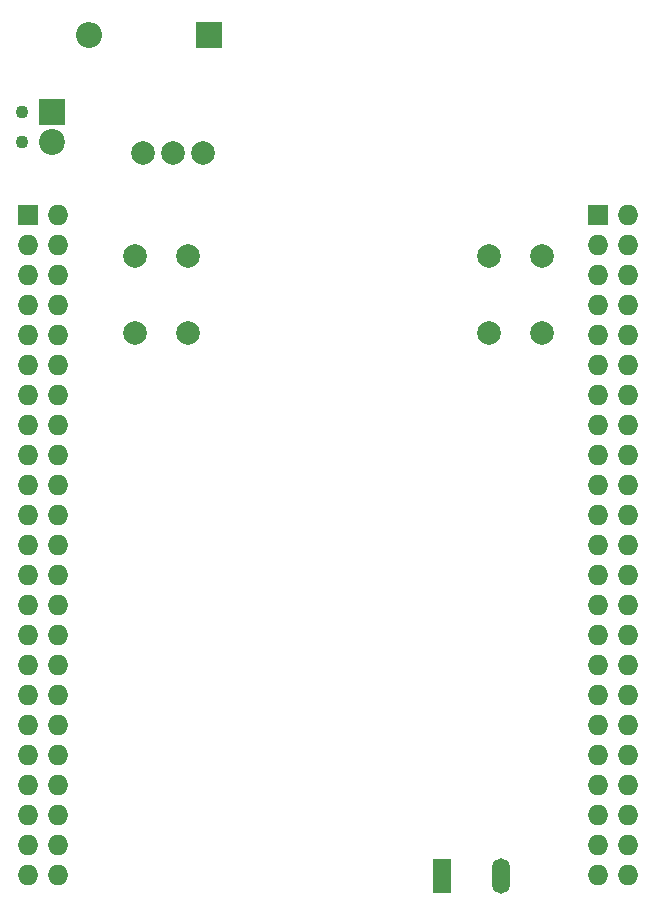
<source format=gbs>
G04 #@! TF.GenerationSoftware,KiCad,Pcbnew,(5.1.9)-1*
G04 #@! TF.CreationDate,2021-06-13T14:24:16+02:00*
G04 #@! TF.ProjectId,com4bbb,636f6d34-6262-4622-9e6b-696361645f70,rev?*
G04 #@! TF.SameCoordinates,Original*
G04 #@! TF.FileFunction,Soldermask,Bot*
G04 #@! TF.FilePolarity,Negative*
%FSLAX46Y46*%
G04 Gerber Fmt 4.6, Leading zero omitted, Abs format (unit mm)*
G04 Created by KiCad (PCBNEW (5.1.9)-1) date 2021-06-13 14:24:16*
%MOMM*%
%LPD*%
G01*
G04 APERTURE LIST*
%ADD10R,1.727200X1.727200*%
%ADD11O,1.727200X1.727200*%
%ADD12R,1.500000X3.000000*%
%ADD13O,1.500000X3.000000*%
%ADD14C,2.000000*%
%ADD15R,2.200000X2.200000*%
%ADD16O,2.200000X2.200000*%
%ADD17C,1.100000*%
%ADD18C,2.200000*%
G04 APERTURE END LIST*
D10*
X164630100Y-62382400D03*
D11*
X167170100Y-62382400D03*
X164630100Y-64922400D03*
X167170100Y-64922400D03*
X164630100Y-67462400D03*
X167170100Y-67462400D03*
X164630100Y-70002400D03*
X167170100Y-70002400D03*
X164630100Y-72542400D03*
X167170100Y-72542400D03*
X164630100Y-75082400D03*
X167170100Y-75082400D03*
X164630100Y-77622400D03*
X167170100Y-77622400D03*
X164630100Y-80162400D03*
X167170100Y-80162400D03*
X164630100Y-82702400D03*
X167170100Y-82702400D03*
X164630100Y-85242400D03*
X167170100Y-85242400D03*
X164630100Y-87782400D03*
X167170100Y-87782400D03*
X164630100Y-90322400D03*
X167170100Y-90322400D03*
X164630100Y-92862400D03*
X167170100Y-92862400D03*
X164630100Y-95402400D03*
X167170100Y-95402400D03*
X164630100Y-97942400D03*
X167170100Y-97942400D03*
X164630100Y-100482400D03*
X167170100Y-100482400D03*
X164630100Y-103022400D03*
X167170100Y-103022400D03*
X164630100Y-105562400D03*
X167170100Y-105562400D03*
X164630100Y-108102400D03*
X167170100Y-108102400D03*
X164630100Y-110642400D03*
X167170100Y-110642400D03*
X164630100Y-113182400D03*
X167170100Y-113182400D03*
X164630100Y-115722400D03*
X167170100Y-115722400D03*
X164630100Y-118262400D03*
X167170100Y-118262400D03*
D10*
X116370100Y-62382400D03*
D11*
X118910100Y-62382400D03*
X116370100Y-64922400D03*
X118910100Y-64922400D03*
X116370100Y-67462400D03*
X118910100Y-67462400D03*
X116370100Y-70002400D03*
X118910100Y-70002400D03*
X116370100Y-72542400D03*
X118910100Y-72542400D03*
X116370100Y-75082400D03*
X118910100Y-75082400D03*
X116370100Y-77622400D03*
X118910100Y-77622400D03*
X116370100Y-80162400D03*
X118910100Y-80162400D03*
X116370100Y-82702400D03*
X118910100Y-82702400D03*
X116370100Y-85242400D03*
X118910100Y-85242400D03*
X116370100Y-87782400D03*
X118910100Y-87782400D03*
X116370100Y-90322400D03*
X118910100Y-90322400D03*
X116370100Y-92862400D03*
X118910100Y-92862400D03*
X116370100Y-95402400D03*
X118910100Y-95402400D03*
X116370100Y-97942400D03*
X118910100Y-97942400D03*
X116370100Y-100482400D03*
X118910100Y-100482400D03*
X116370100Y-103022400D03*
X118910100Y-103022400D03*
X116370100Y-105562400D03*
X118910100Y-105562400D03*
X116370100Y-108102400D03*
X118910100Y-108102400D03*
X116370100Y-110642400D03*
X118910100Y-110642400D03*
X116370100Y-113182400D03*
X118910100Y-113182400D03*
X116370100Y-115722400D03*
X118910100Y-115722400D03*
X116370100Y-118262400D03*
X118910100Y-118262400D03*
D12*
X151370100Y-118382400D03*
D13*
X156370100Y-118382400D03*
D14*
X159870100Y-72382400D03*
X155370100Y-72382400D03*
X159870100Y-65882400D03*
X155370100Y-65882400D03*
X125370100Y-65882400D03*
X129870100Y-65882400D03*
X125370100Y-72382400D03*
X129870100Y-72382400D03*
D15*
X131620100Y-47132400D03*
D16*
X121460100Y-47132400D03*
D15*
X118370100Y-53632400D03*
D17*
X115830100Y-53632400D03*
D18*
X118370100Y-56172400D03*
D17*
X115830100Y-56172400D03*
D14*
X126080100Y-57132400D03*
X128620100Y-57132400D03*
X131160100Y-57132400D03*
M02*

</source>
